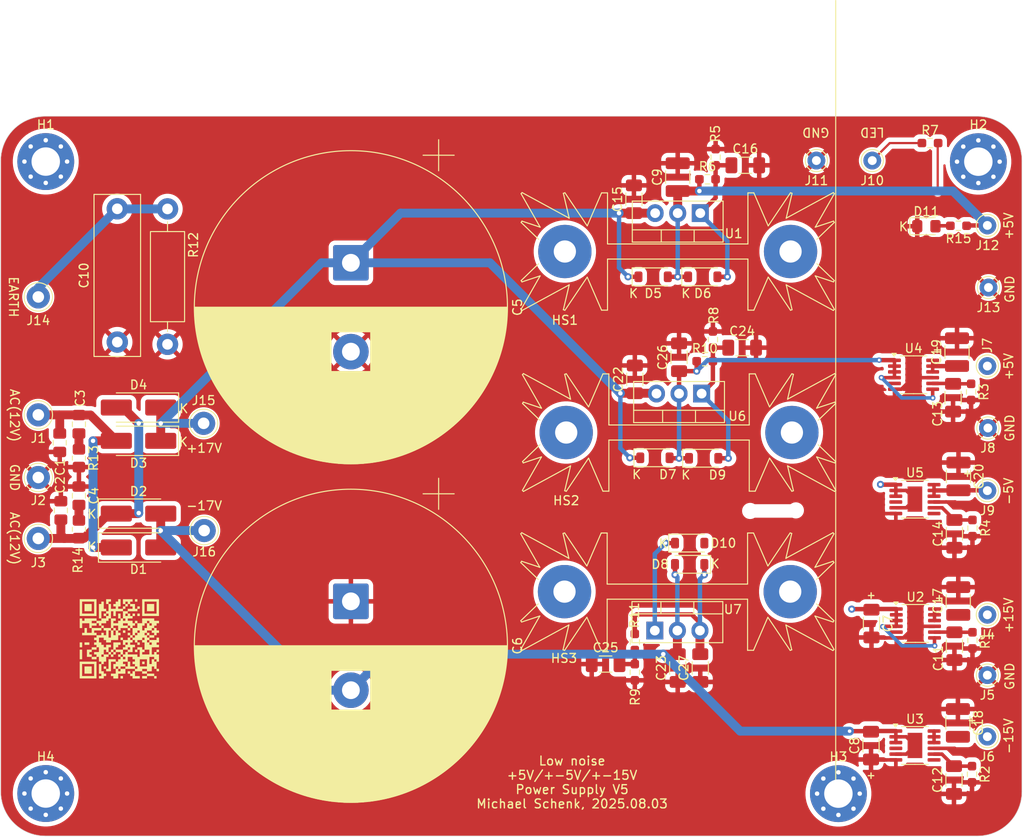
<source format=kicad_pcb>
(kicad_pcb (version 20241229) (generator "pcbnew") (generator_version "9.0")
  (layers (0 "F.Cu" signal) (2 "B.Cu" signal) (13 "F.Paste" user) (15 "B.Paste" user) (5 "F.SilkS" user "F.Silkscreen") (7 "B.SilkS" user "B.Silkscreen") (1 "F.Mask" user) (3 "B.Mask" user) (25 "Edge.Cuts" user))
  (net 0 "")
  (net 1 "+17V")
  (net 2 "Net-(D1-K)")
  (net 3 "Net-(D2-K)")
  (net 4 "GND")
  (net 5 "-17V")
  (net 6 "Net-(D5-A)")
  (net 7 "Net-(J14-Pin_1)")
  (net 8 "Net-(U2-SET)")
  (net 9 "Net-(U3-SET)")
  (net 10 "Net-(U4-SET)")
  (net 11 "Net-(U5-SET)")
  (net 12 "Net-(C3-Pad2)")
  (net 13 "Net-(C4-Pad2)")
  (net 14 "Net-(D6-A)")
  (net 15 "Net-(J4-Pin_1)")
  (net 16 "Net-(J6-Pin_1)")
  (net 17 "Net-(J7-Pin_1)")
  (net 18 "Net-(J9-Pin_1)")
  (net 19 "Net-(D9-A)")
  (net 20 "Net-(D10-K)")
  (net 21 "Net-(D7-A)")
  (net 22 "Net-(D10-A)")
  (net 23 "Net-(J10-Pin_1)")
  (net 30 "Net-(D11-A)")
  (footprint "Capacitor_SMD:C_0805_2012Metric_Pad1.18x1.45mm_HandSolder" (layer "F.Cu") (at 108.712 86.2367 -90)
    (property "Reference" "C1")
    (property "Value" "Cx/10nF/50V")
  )
  (footprint "Capacitor_SMD:C_0805_2012Metric_Pad1.18x1.45mm_HandSolder" (layer "F.Cu") (at 108.839 93.8567 -90)
    (property "Reference" "C2")
    (property "Value" "Cx/10nF/50V")
  )
  (footprint "Capacitor_SMD:C_0805_2012Metric_Pad1.18x1.45mm_HandSolder" (layer "F.Cu") (at 110.871 84.1617 -90)
    (property "Reference" "C3")
    (property "Value" "Cs/50V")
  )
  (footprint "Capacitor_SMD:C_0805_2012Metric_Pad1.18x1.45mm_HandSolder" (layer "F.Cu") (at 110.871 92.2057 -90)
    (property "Reference" "C4")
    (property "Value" "Cs/50V")
  )
  (footprint "Capacitor_THT:CP_Radial_D35.0mm_P10.00mm_SnapIn" (layer "F.Cu") (at 141.478 65.9892 -90)
    (property "Reference" "C5")
    (property "Value" "22000uF/25VDC")
  )
  (footprint "Capacitor_THT:CP_Radial_D35.0mm_P10.00mm_SnapIn" (layer "F.Cu") (at 141.478 104.0892 -90)
    (property "Reference" "C6")
    (property "Value" "22000uF/25VDC")
  )
  (footprint "Capacitor_SMD:C_1206_3216Metric_Pad1.33x1.80mm_HandSolder" (layer "F.Cu") (at 200.0631 106.5905 -90)
    (property "Reference" "C7")
    (property "Value" "4.7uF/100V")
  )
  (footprint "Capacitor_SMD:C_1206_3216Metric_Pad1.33x1.80mm_HandSolder" (layer "F.Cu") (at 200.0123 120.323 90)
    (property "Reference" "C8")
    (property "Value" "4.7uF/100V")
  )
  (footprint "Capacitor_SMD:C_1206_3216Metric_Pad1.33x1.80mm_HandSolder" (layer "F.Cu") (at 173.3296 58.8387 90)
    (property "Reference" "C15")
    (property "Value" "4.7uF/100V")
  )
  (footprint "Capacitor_SMD:C_1206_3216Metric_Pad1.33x1.80mm_HandSolder" (layer "F.Cu") (at 185.8649 55.0164)
    (property "Reference" "C16")
    (property "Value" "4.7uF/100V")
  )
  (footprint "Capacitor_SMD:C_1210_3225Metric_Pad1.33x2.70mm_HandSolder" (layer "F.Cu") (at 209.8294 104.0507 90)
    (property "Reference" "C17")
    (property "Value" "10uF/100V")
  )
  (footprint "Capacitor_SMD:C_1210_3225Metric_Pad1.33x2.70mm_HandSolder" (layer "F.Cu") (at 209.7913 117.7705 -90)
    (property "Reference" "C18")
    (property "Value" "10uF/100V")
  )
  (footprint "Capacitor_SMD:C_1210_3225Metric_Pad1.33x2.70mm_HandSolder" (layer "F.Cu") (at 209.6897 76.0383 90)
    (property "Reference" "C19")
    (property "Value" "10uF/50V")
  )
  (footprint "Capacitor_SMD:C_1210_3225Metric_Pad1.33x2.70mm_HandSolder" (layer "F.Cu") (at 209.8548 90.0299 -90)
    (property "Reference" "C20")
    (property "Value" "10uF/50V")
  )
  (footprint "Capacitor_SMD:C_1206_3216Metric_Pad1.33x1.80mm_HandSolder" (layer "F.Cu") (at 173.4312 79.1079 90)
    (property "Reference" "C22")
    (property "Value" "4.7uF/100V")
  )
  (footprint "Capacitor_SMD:C_1206_3216Metric_Pad1.33x1.80mm_HandSolder" (layer "F.Cu") (at 185.5093 75.5396)
    (property "Reference" "C24")
    (property "Value" "4.7uF/100V")
  )
  (footprint "Capacitor_SMD:C_1206_3216Metric_Pad1.33x1.80mm_HandSolder" (layer "F.Cu") (at 178.4096 76.6187 90)
    (property "Reference" "C26")
    (property "Value" "4.7uF/100V")
  )
  (footprint "Diode_SMD:D_SMA_Handsoldering" (layer "F.Cu") (at 117.5785 98.0262)
    (property "Reference" "D1")
    (property "Value" "BYG20D")
  )
  (footprint "Diode_SMD:D_SMA_Handsoldering" (layer "F.Cu") (at 117.5785 94.2162)
    (property "Reference" "D2")
    (property "Value" "BYG20D")
  )
  (footprint "Diode_SMD:D_SMA_Handsoldering" (layer "F.Cu") (at 117.5785 86.0247 180)
    (property "Reference" "D3")
    (property "Value" "BYG20D")
  )
  (footprint "Diode_SMD:D_SMA_Handsoldering" (layer "F.Cu") (at 117.5785 82.2782 180)
    (property "Reference" "D4")
    (property "Value" "BYG20D")
  )
  (footprint "Diode_SMD:D_SOD-123" (layer "F.Cu") (at 175.4896 67.564)
    (property "Reference" "D5")
    (property "Value" "1N4148W")
  )
  (footprint "Diode_SMD:D_SOD-123" (layer "F.Cu") (at 181.0756 67.564)
    (property "Reference" "D6")
    (property "Value" "1N4148W")
  )
  (footprint "Diode_SMD:D_SOD-123" (layer "F.Cu") (at 175.6928 87.9348)
    (property "Reference" "D7")
    (property "Value" "1N4148W")
  )
  (footprint "Diode_SMD:D_SOD-123" (layer "F.Cu") (at 181.1772 87.9856)
    (property "Reference" "D9")
    (property "Value" "1N4148W")
  )
  (footprint "MountingHole:MountingHole_3.2mm_M3_Pad_Via" (layer "F.Cu") (at 107.1372 54.5976)
    (property "Reference" "H1")
    (property "Value" "MountingHole")
  )
  (footprint "MountingHole:MountingHole_3.2mm_M3_Pad_Via" (layer "F.Cu") (at 212.09 54.61)
    (property "Reference" "H2")
    (property "Value" "MountingHole")
  )
  (footprint "MountingHole:MountingHole_3.2mm_M3_Pad_Via" (layer "F.Cu") (at 196.342 125.73)
    (property "Reference" "H3")
    (property "Value" "MountingHole")
  )
  (footprint "MountingHole:MountingHole_3.2mm_M3_Pad_Via" (layer "F.Cu") (at 107.1372 125.7176)
    (property "Reference" "H4")
    (property "Value" "MountingHole")
  )
  (footprint "Heatsink:Heatsink_Fischer_SK104-STC-STIC_35x13mm_2xDrill2.5mm" (layer "F.Cu") (at 178.2572 64.7192 180)
    (property "Reference" "HS1")
    (property "Value" "Heatsink")
  )
  (footprint "Heatsink:Heatsink_Fischer_SK104-STC-STIC_35x13mm_2xDrill2.5mm" (layer "F.Cu") (at 178.4096 85.09)
    (property "Reference" "HS2")
    (property "Value" "Heatsink")
  )
  (footprint "Connector_Pin:Pin_D1.3mm_L11.0mm" (layer "F.Cu") (at 106.299 83.1037)
    (property "Reference" "J1")
    (property "Value" "AC")
  )
  (footprint "Connector_Pin:Pin_D1.3mm_L11.0mm" (layer "F.Cu") (at 106.299 97.0102)
    (property "Reference" "J3")
    (property "Value" "AC")
  )
  (footprint "Connector_Pin:Pin_D1.0mm_L10.0mm" (layer "F.Cu") (at 213.106 105.6005)
    (property "Reference" "J4")
    (property "Value" "+15V")
  )
  (footprint "Connector_Pin:Pin_D1.0mm_L10.0mm" (layer "F.Cu") (at 213.106 112.395)
    (property "Reference" "J5")
    (property "Value" "GND")
  )
  (footprint "Connector_Pin:Pin_D1.0mm_L10.0mm" (layer "F.Cu") (at 213.106 119.3165)
    (property "Reference" "J6")
    (property "Value" "-15V")
  )
  (footprint "Connector_Pin:Pin_D1.0mm_L10.0mm" (layer "F.Cu") (at 213.106 77.6097)
    (property "Reference" "J7")
    (property "Value" "+5V")
  )
  (footprint "Connector_Pin:Pin_D1.0mm_L10.0mm" (layer "F.Cu") (at 213.1695 84.582)
    (property "Reference" "J8")
    (property "Value" "GND")
  )
  (footprint "Connector_Pin:Pin_D1.0mm_L10.0mm" (layer "F.Cu") (at 213.106 91.6305)
    (property "Reference" "J9")
    (property "Value" "-5V")
  )
  (footprint "Connector_Pin:Pin_D1.0mm_L10.0mm" (layer "F.Cu") (at 200.152 54.483)
    (property "Reference" "J10")
    (property "Value" "LED")
  )
  (footprint "Connector_Pin:Pin_D1.0mm_L10.0mm" (layer "F.Cu") (at 193.8655 54.483)
    (property "Reference" "J11")
    (property "Value" "GND")
  )
  (footprint "Connector_Pin:Pin_D1.0mm_L10.0mm" (layer "F.Cu") (at 213.106 61.7855)
    (property "Reference" "J12")
    (property "Value" "+5V")
  )
  (footprint "Connector_Pin:Pin_D1.0mm_L10.0mm" (layer "F.Cu") (at 213.233 68.7705)
    (property "Reference" "J13")
    (property "Value" "GND")
  )
  (footprint "Resistor_SMD:R_0603_1608Metric_Pad0.98x0.95mm_HandSolder" (layer "F.Cu") (at 211.4296 108.4815 -90)
    (property "Reference" "R1")
    (property "Value" "150k")
  )
  (footprint "Resistor_SMD:R_0603_1608Metric_Pad0.98x0.95mm_HandSolder" (layer "F.Cu") (at 211.3788 123.5475 90)
    (property "Reference" "R2")
    (property "Value" "150k")
  )
  (footprint "Resistor_SMD:R_0603_1608Metric_Pad0.98x0.95mm_HandSolder" (layer "F.Cu") (at 211.2772 80.5199 -90)
    (property "Reference" "R3")
    (property "Value" "49.9k")
  )
  (footprint "Resistor_SMD:R_0603_1608Metric_Pad0.98x0.95mm_HandSolder" (layer "F.Cu") (at 211.4296 95.845 90)
    (property "Reference" "R4")
    (property "Value" "49.9k")
  )
  (footprint "Resistor_SMD:R_0603_1608Metric_Pad0.98x0.95mm_HandSolder" (layer "F.Cu") (at 182.5244 54.1039 90)
    (property "Reference" "R5")
    (property "Value" "750R")
  )
  (footprint "Resistor_SMD:R_0603_1608Metric_Pad0.98x0.95mm_HandSolder" (layer "F.Cu") (at 181.6081 56.5874)
    (property "Reference" "R6")
    (property "Value" "249R")
  )
  (footprint "Resistor_SMD:R_0603_1608Metric_Pad0.98x0.95mm_HandSolder" (layer "F.Cu") (at 206.6525 52.5145)
    (property "Reference" "R7")
    (property "Value" "240R")
  )
  (footprint "Resistor_SMD:R_0603_1608Metric_Pad0.98x0.95mm_HandSolder" (layer "F.Cu") (at 182.2196 74.6271 90)
    (property "Reference" "R8")
    (property "Value" "910R")
  )
  (footprint "Resistor_SMD:R_0603_1608Metric_Pad0.98x0.95mm_HandSolder" (layer "F.Cu") (at 181.3033 77.0636)
    (property "Reference" "R10")
    (property "Value" "240R")
  )
  (footprint "Package_TO_SOT_THT:TO-220-3_Vertical" (layer "F.Cu") (at 180.7972 60.4012 180)
    (property "Reference" "U1")
    (property "Value" "LM317_TO-220")
  )
  (footprint "Package_SO:MSOP-12-1EP_3x4.039mm_P0.65mm_EP1.651x2.845mm" (layer "F.Cu") (at 205.0071 106.5755)
    (property "Reference" "U2")
    (property "Value" "LT3045xMSE")
  )
  (footprint "Package_SO:MSOP-12-1EP_3x4.039mm_P0.65mm_EP1.651x2.845mm" (layer "F.Cu") (at 204.9563 120.308)
    (property "Reference" "U3")
    (property "Value" "LT3094xMSE")
  )
  (footprint "Package_SO:MSOP-12-1EP_3x4.039mm_P0.65mm_EP1.651x2.845mm" (layer "F.Cu") (at 204.8002 78.5914)
    (property "Reference" "U4")
    (property "Value" "LT3045xMSE")
  )
  (footprint "Package_SO:MSOP-12-1EP_3x4.039mm_P0.65mm_EP1.651x2.845mm" (layer "F.Cu") (at 204.9526 92.583)
    (property "Reference" "U5")
    (property "Value" "LT3094xMSE")
  )
  (footprint "Package_TO_SOT_THT:TO-220-3_Vertical" (layer "F.Cu") (at 180.9496 80.7085 180)
    (property "Reference" "U6")
    (property "Value" "LM317_TO-220")
  )
  (footprint "Capacitor_SMD:C_1210_3225Metric_Pad1.33x2.70mm_HandSolder" (layer "F.Cu") (at 178.2572 56.3495 90)
    (property "Reference" "C9")
    (property "Value" "10uF/50V")
  )
  (footprint "Capacitor_THT:C_Rect_L18.0mm_W5.0mm_P15.00mm_FKS3_FKP3" (layer "F.Cu") (at 115.189 74.9122 90)
    (property "Reference" "C10")
    (property "Value" "2.2nF/2kV")
  )
  (footprint "Connector_Pin:Pin_D1.3mm_L11.0mm" (layer "F.Cu") (at 106.299 69.8322)
    (property "Reference" "J14")
    (property "Value" "EARTH")
  )
  (footprint "Resistor_THT:R_Axial_DIN0411_L9.9mm_D3.6mm_P15.24mm_Horizontal" (layer "F.Cu") (at 120.8405 75.1662 90)
    (property "Reference" "R12")
    (property "Value" "100R/2W")
  )
  (footprint "Capacitor_SMD:C_1206_3216Metric_Pad1.33x1.80mm_HandSolder" (layer "F.Cu") (at 209.3976 109.1315 -90)
    (property "Reference" "C11")
    (property "Value" "4.7uF/100V")
  )
  (footprint "Capacitor_SMD:C_1206_3216Metric_Pad1.33x1.80mm_HandSolder" (layer "F.Cu") (at 209.3468 124.1975 90)
    (property "Reference" "C12")
    (property "Value" "4.7uF/100V")
  )
  (footprint "Capacitor_SMD:C_1206_3216Metric_Pad1.33x1.80mm_HandSolder" (layer "F.Cu") (at 209.2452 81.1699 -90)
    (property "Reference" "C13")
    (property "Value" "4.7uF/100V")
  )
  (footprint "Capacitor_SMD:C_1206_3216Metric_Pad1.33x1.80mm_HandSolder" (layer "F.Cu") (at 209.3976 96.495 90)
    (property "Reference" "C14")
    (property "Value" "4.7uF/100V")
  )
  (footprint "Diode_SMD:D_SOD-123" (layer "F.Cu") (at 179.6044 97.536)
    (property "Reference" "D10")
    (property "Value" "1N4148W")
  )
  (footprint "Resistor_SMD:R_0603_1608Metric_Pad0.98x0.95mm_HandSolder" (layer "F.Cu") (at 173.4312 108.6631 90)
    (property "Reference" "R11")
    (property "Value" "240R")
  )
  (footprint "Resistor_SMD:R_0603_1608Metric_Pad0.98x0.95mm_HandSolder" (layer "F.Cu") (at 173.4312 112.0629 90)
    (property "Reference" "R9")
    (property "Value" "910R")
  )
  (footprint "Diode_SMD:D_SOD-123" (layer "F.Cu") (at 179.6024 99.9236 180)
    (property "Reference" "D8")
    (property "Value" "1N4148W")
  )
  (footprint "Package_TO_SOT_THT:TO-220-3_Vertical" (layer "F.Cu") (at 175.6791 107.3785)
    (property "Reference" "U7")
    (property "Value" "LM337_TO220")
  )
  (footprint "Heatsink:Heatsink_Fischer_SK104-STC-STIC_35x13mm_2xDrill2.5mm" (layer "F.Cu") (at 178.2191 102.997)
    (property "Reference" "HS3")
    (property "Value" "Heatsink")
  )
  (footprint "Capacitor_SMD:C_1206_3216Metric_Pad1.33x1.80mm_HandSolder" (layer "F.Cu") (at 178.2572 111.5953 90)
    (property "Reference" "C23")
    (property "Value" "4.7uF/100V")
  )
  (footprint "Capacitor_SMD:C_1206_3216Metric_Pad1.33x1.80mm_HandSolder" (layer "F.Cu") (at 170.1415 111.1504)
    (property "Reference" "C25")
    (property "Value" "4.7uF/100V")
  )
  (footprint "Capacitor_SMD:C_1206_3216Metric_Pad1.33x1.80mm_HandSolder" (layer "F.Cu") (at 180.7972 111.5953 90)
    (property "Reference" "C27")
    (property "Value" "4.7uF/100V")
  )
  (footprint "Connector_Pin:Pin_D1.3mm_L11.0mm" (layer "F.Cu") (at 124.9045 84.0562)
    (property "Reference" "J15")
    (property "Value" "+17V")
  )
  (footprint "Connector_Pin:Pin_D1.3mm_L11.0mm" (layer "F.Cu") (at 124.968 96.1212)
    (property "Reference" "J16")
    (property "Value" "-17V")
  )
  (footprint "Connector_Pin:Pin_D1.3mm_L11.0mm" (layer "F.Cu") (at 106.299 90.1522)
    (property "Reference" "J2")
    (property "Value" "GND")
  )
  (footprint "Resistor_SMD:R_0603_1608Metric_Pad0.98x0.95mm_HandSolder" (layer "F.Cu") (at 209.8529 61.8236 180)
    (property "Reference" "R15")
    (property "Value" "330R")
  )
  (footprint "Resistor_SMD:R_0805_2012Metric_Pad1.20x1.40mm_HandSolder" (layer "F.Cu") (at 110.871 95.9782 -90)
    (property "Reference" "R14")
    (property "Value" "Rs/1/8W")
  )
  (footprint "Resistor_SMD:R_0805_2012Metric_Pad1.20x1.40mm_HandSolder" (layer "F.Cu") (at 110.871 87.9772 -90)
    (property "Reference" "R13")
    (property "Value" "Rs/1/8W")
  )
  (footprint "LOGO" (layer "F.Cu") (at 115.4176 108.3056)
    (property "Reference" "G***" (hide yes))
    (property "Value" "LOGO" (hide yes))
  )
  (footprint "LED_SMD:LED_0805_2012Metric_Pad1.15x1.40mm_HandSolder" (layer "F.Cu") (at 206.239 61.8744)
    (property "Reference" "D11")
    (property "Value" "LED")
  )
  (gr_line (start 196.0372 36.4744) (end 196.0372 126.0856) (stroke (width 0.12)) (layer "F.SilkS"))
  (gr_line (start 212 130.5) (end 107.0659 130.5) (stroke (width 0.05)) (layer "Edge.Cuts"))
  (gr_line (start 102.065935 125.496466) (end 102.065934 54.5) (stroke (width 0.05)) (layer "Edge.Cuts"))
  (gr_arc (start 107.065934 130.496466) (mid 103.5304 129.032) (end 102.065934 125.496466) (stroke (width 0.05)) (layer "Edge.Cuts"))
  (gr_arc (start 102.065934 54.5) (mid 103.5304 50.964466) (end 107.065934 49.5) (stroke (width 0.05)) (layer "Edge.Cuts"))
  (gr_arc (start 212 49.5) (mid 215.535534 50.964466) (end 217 54.5) (stroke (width 0.05)) (layer "Edge.Cuts"))
  (gr_line (start 217 54.5) (end 217 125.5) (stroke (width 0.05)) (layer "Edge.Cuts"))
  (gr_line (start 107.065934 49.5) (end 212 49.5) (stroke (width 0.05)) (layer "Edge.Cuts"))
  (gr_arc (start 217 125.5) (mid 215.535534 129.035534) (end 212 130.5) (stroke (width 0.05)) (layer "Edge.Cuts"))
  (gr_text "+17V" (at 124.968 86.8502 0) (layer "F.SilkS") (effects (font (size 1 1))))
  (gr_text "-17V" (at 124.968 93.3272 0) (layer "F.SilkS") (effects (font (size 1 1))))
  (gr_text "K" (at 122.6185 86.1517 0) (layer "F.SilkS") (effects (font (size 1 1))))
  (gr_text "K" (at 112.3315 94.2797 0) (layer "F.SilkS") (effects (font (size 1 1))))
  (gr_text "K" (at 112.3315 97.9627 0) (layer "F.SilkS") (effects (font (size 1 1))))
  (gr_text "K" (at 182.4736 99.8728 0) (layer "F.SilkS") (effects (font (size 1 1))))
  (gr_text "AC(12V)" (at 103.632 83.1672 270) (layer "F.SilkS") (effects (font (size 1 1))))
  (gr_text "AC(12V)" (at 103.632 97.0102 270) (layer "F.SilkS") (effects (font (size 1 1))))
  (gr_text "EARTH" (at 103.505 69.8322 -90) (layer "F.SilkS") (effects (font (size 1 1))))
  (gr_text "GND" (at 193.802 51.308 180) (layer "F.SilkS") (effects (font (size 1 1))))
  (gr_text "LED" (at 200.152 51.308 180) (layer "F.SilkS") (effects (font (size 1 1))))
  (gr_text "+5V" (at 215.5 77.6732 90) (layer "F.SilkS") (effects (font (size 1 1))))
  (gr_text "-5V" (at 215.5 91.694 90) (layer "F.SilkS") (effects (font (size 1 1))))
  (gr_text "GND" (at 215.627 68.961 90) (layer "F.SilkS") (effects (font (size 1 1))))
  (gr_text "GND" (at 215.627 84.582 90) (layer "F.SilkS") (effects (font (size 1 1))))
  (gr_text "GND" (at 215.627 112.522 90) (layer "F.SilkS") (effects (font (size 1 1))))
  (gr_text "-15V" (at 215.5 119.25 90) (layer "F.SilkS") (effects (font (size 1 1))))
  (gr_text "+15V" (at 215.5 105.664 90) (layer "F.SilkS") (effects (font (size 1 1))))
  (gr_text "K" (at 176.6316 97.5868 0) (layer "F.SilkS") (effects (font (size 1 1))))
  (gr_text "K" (at 173.6344 89.8144 0) (layer "F.SilkS") (effects (font (size 1 1))))
  (gr_text "K" (at 179.1716 89.8652 0) (layer "F.SilkS") (effects (font (size 1 1))))
  (gr_text "K" (at 173.2788 69.4436 0) (layer "F.SilkS") (effects (font (size 1 1))))
  (gr_text "K" (at 179.1716 69.4436 0) (layer "F.SilkS") (effects (font (size 1 1))))
  (gr_text "GND" (at 103.632 90.1522 270) (layer "F.SilkS") (effects (font (size 1 1))))
  (gr_text "+" (at 210.8708 89.662 0) (layer "F.SilkS") (effects (font (size 0.8 0.8))))
  (gr_text "+" (at 207.6958 103.6828 0) (layer "F.SilkS") (effects (font (size 0.8 0.8))))
  (gr_text "+" (at 200.025 103.378 0) (layer "F.SilkS") (effects (font (size 0.8 0.8))))
  (gr_text "+" (at 200.0123 123.651 0) (layer "F.SilkS") (effects (font (size 0.8 0.8))))
  (gr_text "K" (at 122.682 82.4052 0) (layer "F.SilkS") (effects (font (size 1 1))))
  (gr_text "+" (at 211.3788 117.4496 0) (layer "F.SilkS") (effects (font (size 0.8 0.8))))
  (gr_text "K" (at 203.6572 61.9252 0) (layer "F.SilkS") (effects (font (size 1 1))))
  (gr_text "Low noise\n+5V/+-5V/+-15V\nPower Supply V5\nMichael Schenk, 2025.08.03" (at 166.37 124.46 0) (layer "F.SilkS") (effects (font (size 1 1))))
  (gr_text "+5V" (at 215.5 61.849 90) (layer "F.SilkS") (effects (font (size 1 1))))
  (gr_text "+" (at 207.4545 75.7339 0) (layer "F.SilkS") (effects (font (size 0.8 0.8))))
  (segment (start 120.0785 84.0562) (end 120.0785 82.2782) (width 1) (layer "F.Cu") (net 1))
  (segment (start 202.8571 106.9005) (end 202.8571 104.9505) (width 0.4) (layer "F.Cu") (net 1))
  (segment (start 175.8315 80.6704) (end 175.8696 80.7085) (width 1) (layer "F.Cu") (net 1))
  (segment (start 207.1571 108.2005) (end 207.1571 109.075) (width 0.4) (layer "F.Cu") (net 1))
  (segment (start 200.0631 104.9655) (end 197.8406 104.9655) (width 0.5) (layer "F.Cu") (net 1))
  (segment (start 173.3296 60.4012) (end 175.7172 60.4012) (width 1) (layer "F.Cu") (net 1))
  (segment (start 173.4312 80.6704) (end 171.8056 80.6704) (width 1) (layer "F.Cu") (net 1))
  (segment (start 173.3296 60.4012) (end 171.6532 60.4012) (width 1) (layer "F.Cu") (net 1))
  (segment (start 173.4312 80.6704) (end 175.8315 80.6704) (width 1) (layer "F.Cu") (net 1))
  (segment (start 207.1571 109.075) (end 207.1751 109.093) (width 0.4) (layer "F.Cu") (net 1))
  (segment (start 173.8396 67.564) (end 172.6692 67.564) (width 0.5) (layer "F.Cu") (net 1))
  (segment (start 201.3666 106.9005) (end 201.3331 106.934) (width 0.4) (layer "F.Cu") (net 1))
  (segment (start 202.8571 104.9505) (end 200.0781 104.9505) (width 0.5) (layer "F.Cu") (net 1))
  (segment (start 174.0428 87.9348) (end 172.8724 87.9348) (width 0.5) (layer "F.Cu") (net 1))
  (segment (start 120.0785 86.0247) (end 120.0785 84.0562) (width 1) (layer "F.Cu") (net 1))
  (segment (start 202.8571 106.9005) (end 201.3666 106.9005) (width 0.4) (layer "F.Cu") (net 1))
  (via (at 171.8056 80.6704) (size 1) (drill 0.5) (layers "F.Cu" "B.Cu") (net 1))
  (via (at 172.8724 87.9348) (size 0.8) (drill 0.4) (layers "F.Cu" "B.Cu") (net 1))
  (via (at 172.6692 67.564) (size 0.8) (drill 0.4) (layers "F.Cu" "B.Cu") (net 1))
  (via (at 120.0785 84.0562) (size 1) (drill 0.5) (layers "F.Cu" "B.Cu") (net 1))
  (via (at 207.1751 109.093) (size 0.6) (drill 0.3) (layers "F.Cu" "B.Cu") (net 1))
  (via (at 171.6532 60.4012) (size 1) (drill 0.5) (layers "F.Cu" "B.Cu") (net 1))
  (via (at 201.3331 106.934) (size 0.6) (drill 0.3) (layers "F.Cu" "B.Cu") (net 1))
  (via (at 197.8406 104.9655) (size 0.8) (drill 0.4) (layers "F.Cu" "B.Cu") (net 1))
  (segment (start 171.6532 60.4012) (end 147.066 60.4012) (width 1) (layer "B.Cu") (net 1))
  (segment (start 120.109 84.0562) (end 138.176 65.9892) (width 1) (layer "B.Cu") (net 1))
  (segment (start 147.066 60.4012) (end 141.478 65.9892) (width 1) (layer "B.Cu") (net 1))
  (segment (start 207.1751 109.093) (end 203.4921 109.093) (width 0.4) (layer "B.Cu") (net 1))
  (segment (start 203.4921 109.093) (end 201.3331 106.934) (width 0.4) (layer "B.Cu") (net 1))
  (segment (start 172.6692 67.564) (end 171.6532 66.548) (width 0.5) (layer "B.Cu") (net 1))
  (segment (start 138.176 65.9892) (end 141.478 65.9892) (width 1) (layer "B.Cu") (net 1))
  (segment (start 171.6532 66.548) (end 171.6532 60.4012) (width 0.5) (layer "B.Cu") (net 1))
  (segment (start 171.8056 86.868) (end 172.8724 87.9348) (width 0.5) (layer "B.Cu") (net 1))
  (segment (start 157.1244 65.9892) (end 141.478 65.9892) (width 1) (layer "B.Cu") (net 1))
  (segment (start 171.8056 80.6704) (end 157.1244 65.9892) (width 1) (layer "B.Cu") (net 1))
  (segment (start 171.8056 80.6704) (end 171.8056 86.868) (width 0.5) (layer "B.Cu") (net 1))
  (segment (start 124.9045 84.0562) (end 120.0785 84.0562) (width 1) (layer "B.Cu") (net 1))
  (segment (start 120.0785 84.0562) (end 120.109 84.0562) (width 1) (layer "B.Cu") (net 1))
  (segment (start 115.0785 98.0262) (end 112.4585 98.0262) (width 1) (layer "F.Cu") (net 2))
  (segment (start 108.6485 83.1037) (end 110.8505 83.1037) (width 1) (layer "F.Cu") (net 2))
  (segment (start 110.871 83.1242) (end 112.178 83.1242) (width 1) (layer "F.Cu") (net 2))
  (segment (start 112.178 83.1242) (end 115.0785 86.0247) (width 1) (layer "F.Cu") (net 2))
  (segment (start 108.712 83.1672) (end 108.6485 83.1037) (width 1) (layer "F.Cu") (net 2))
  (segment (start 110.8505 83.1037) (end 110.871 83.1242) (width 1) (layer "F.Cu") (net 2))
  (segment (start 108.712 85.1992) (end 108.712 83.1672) (width 1) (layer "F.Cu") (net 2))
  (segment (start 115.0785 86.0247) (end 112.4585 86.0247) (width 1) (layer "F.Cu") (net 2))
  (segment (start 106.299 83.1037) (end 108.6485 83.1037) (width 1) (layer "F.Cu") (net 2))
  (via (at 112.4585 98.0262) (size 1) (drill 0.5) (layers "F.Cu" "B.Cu") (net 2))
  (via (at 112.4585 86.0247) (size 1) (drill 0.5) (layers "F.Cu" "B.Cu") (net 2))
  (segment (start 112.4585 98.0262) (end 112.4585 86.0247) (width 1) (layer "B.Cu") (net 2))
  (segment (start 111.4665 96.9782) (end 114.2285 94.2162) (width 1) (layer "F.Cu") (net 3))
  (segment (start 109.22 97.0102) (end 110.839 97.0102) (width 1) (layer "F.Cu") (net 3))
  (segment (start 115.824 82.2782) (end 117.602 84.0562) (width 1) (layer "F.Cu") (net 3))
  (segment (start 115.0785 94.2162) (end 117.5385 94.2162) (width 1) (layer "F.Cu") (net 3))
  (segment (start 110.871 96.9782) (end 111.4665 96.9782) (width 1) (layer "F.Cu") (net 3))
  (segment (start 114.2285 94.2162) (end 115.0785 94.2162) (width 1) (layer "F.Cu") (net 3))
  (segment (start 108.839 96.6292) (end 109.22 97.0102) (width 1) (layer "F.Cu") (net 3))
  (segment (start 106.299 97.0102) (end 109.22 97.0102) (width 1) (layer "F.Cu") (net 3))
  (segment (start 108.839 94.8942) (end 108.839 96.6292) (width 1) (layer "F.Cu") (net 3))
  (segment (start 117.5385 94.2162) (end 117.602 94.1527) (width 0.5) (layer "F.Cu") (net 3))
  (segment (start 110.839 97.0102) (end 110.871 96.9782) (width 1) (layer "F.Cu") (net 3))
  (via (at 117.602 84.0562) (size 1) (drill 0.5) (layers "F.Cu" "B.Cu") (net 3))
  (via (at 117.602 94.1527) (size 1) (drill 0.5) (layers "F.Cu" "B.Cu") (net 3))
  (segment (start 117.602 94.1527) (end 117.602 84.0562) (width 1) (layer "B.Cu") (net 3))
  (segment (start 206.9502 78.9164) (end 205.1252 78.9164) (width 0.4) (layer "F.Cu") (net 4))
  (segment (start 205.3321 106.9005) (end 205.0071 106.5755) (width 0.4) (layer "F.Cu") (net 4))
  (segment (start 202.8063 121.933) (end 200.0298 121.933) (width 0.4) (layer "F.Cu") (net 4))
  (segment (start 202.8571 109.7661) (end 202.8698 109.7788) (width 0.4) (layer "F.Cu") (net 4))
  (segment (start 202.8571 108.2005) (end 202.8571 109.7661) (width 0.4) (layer "F.Cu") (net 4))
  (segment (start 204.8002 78.852692) (end 204.8002 78.5914) (width 0.4) (layer "F.Cu") (net 4))
  (segment (start 207.1571 106.9005) (end 205.3321 106.9005) (width 0.4) (layer "F.Cu") (net 4))
  (segment (start 205.1252 78.9164) (end 204.8002 78.5914) (width 0.4) (layer "F.Cu") (net 4))
  (segment (start 207.1063 120.633) (end 209.4149 120.633) (width 0.4) (layer "F.Cu") (net 4))
  (segment (start 203.643392 108.2005) (end 205.0071 106.836792) (width 0.4) (layer "F.Cu") (net 4))
  (segment (start 200.0806 108.2005) (end 200.0631 108.218) (width 0.4) (layer "F.Cu") (net 4))
  (segment (start 207.1026 92.908) (end 209.4813 92.908) (width 0.4) (layer "F.Cu") (net 4))
  (segment (start 202.8571 108.2005) (end 203.643392 108.2005) (width 0.4) (layer "F.Cu") (net 4))
  (segment (start 202.8063 121.933) (end 202.8063 123.27) (width 0.4) (layer "F.Cu") (net 4))
  (segment (start 200.0298 121.933) (end 200.0123 121.9505) (width 0.4) (layer "F.Cu") (net 4))
  (segment (start 200.6213 94.208) (end 200.5965 94.1832) (width 0.4) (layer "F.Cu") (net 4))
  (segment (start 202.8026 94.208) (end 200.6213 94.208) (width 0.4) (layer "F.Cu") (net 4))
  (segment (start 209.4149 120.633) (end 209.4357 120.6538) (width 0.4) (layer "F.Cu") (net 4))
  (segment (start 202.8026 96.0411) (end 202.7809 96.0628) (width 0.4) (layer "F.Cu") (net 4))
  (segment (start 202.8063 123.27) (end 202.8317 123.2954) (width 0.4) (layer "F.Cu") (net 4))
  (segment (start 202.8571 108.2005) (end 200.0806 108.2005) (width 0.4) (layer "F.Cu") (net 4))
  (segment (start 205.0071 106.836792) (end 205.0071 106.5755) (width 0.4) (layer "F.Cu") (net 4))
  (segment (start 209.4813 92.908) (end 209.5373 92.964) (width 0.4) (layer "F.Cu") (net 4))
  (segment (start 203.436492 80.2164) (end 204.8002 78.852692) (width 0.4) (layer "F.Cu") (net 4))
  (segment (start 202.6502 80.2164) (end 203.436492 80.2164) (width 0.4) (layer "F.Cu") (net 4))
  (segment (start 202.8026 94.208) (end 202.8026 96.0411) (width 0.4) (layer "F.Cu") (net 4))
  (segment (start 120.0785 96.1212) (end 120.0785 94.2162) (width 1) (layer "F.Cu") (net 5))
  (segment (start 178.2191 107.3785) (end 178.2191 109.9947) (width 1) (layer "F.Cu") (net 5))
  (segment (start 203.9813 121.283) (end 204.9563 120.308) (width 0.4) (layer "F.Cu") (net 5))
  (segment (start 178.2191 109.9947) (end 178.2572 110.0328) (width 1) (layer "F.Cu") (net 5))
  (segment (start 202.8063 119.333) (end 203.9813 119.333) (width 0.4) (layer "F.Cu") (net 5))
  (segment (start 202.8063 119.983) (end 202.8063 118.683) (width 0.4) (layer "F.Cu") (net 5))
  (segment (start 202.8063 118.683) (end 200.0273 118.683) (width 0.5) (layer "F.Cu") (net 5))
  (segment (start 200.0123 118.698) (end 197.5993 118.698) (width 0.5) (layer "F.Cu") (net 5))
  (segment (start 178.2572 110.0328) (end 176.6316 110.0328) (width 1) (layer "F.Cu") (net 5))
  (segment (start 177.9524 99.9236) (end 177.9524 101.092) (width 0.5) (layer "F.Cu") (net 5))
  (segment (start 120.0785 98.0262) (end 120.0785 96.1212) (width 1) (layer "F.Cu") (net 5))
  (segment (start 203.9813 119.333) (end 204.9563 120.308) (width 0.4) (layer "F.Cu") (net 5))
  (segment (start 202.8063 121.283) (end 203.9813 121.283) (width 0.4) (layer "F.Cu") (net 5))
  (via (at 120.0785 96.1212) (size 1) (drill 0.5) (layers "F.Cu" "B.Cu") (net 5))
  (via (at 177.9524 101.092) (size 0.8) (drill 0.4) (layers "F.Cu" "B.Cu") (net 5))
  (via (at 197.5993 118.698) (size 0.8) (drill 0.4) (layers "F.Cu" "B.Cu") (net 5))
  (via (at 176.6316 110.0328) (size 1) (drill 0.5) (layers "F.Cu" "B.Cu") (net 5))
  (segment (start 178.2191 101.3587) (end 177.9524 101.092) (width 0.5) (layer "B.Cu") (net 5))
  (segment (start 120.0785 96.1212) (end 138.0465 114.0892) (width 1) (layer "B.Cu") (net 5))
  (segment (start 138.0465 114.0892) (end 141.478 114.0892) (width 1) (layer "B.Cu") (net 5))
  (segment (start 176.6316 110.0328) (end 145.5344 110.0328) (width 1) (layer "B.Cu") (net 5))
  (segment (start 178.2191 107.3785) (end 178.2191 101.3587) (width 0.5) (layer "B.Cu") (net 5))
  (segment (start 185.2968 118.698) (end 176.6316 110.0328) (width 1) (layer "B.Cu") (net 5))
  (segment (start 197.5993 118.698) (end 185.2968 118.698) (width 1) (layer "B.Cu") (net 5))
  (segment (start 124.968 96.1212) (end 120.0785 96.1212) (width 1) (layer "B.Cu") (net 5))
  (segment (start 145.5344 110.0328) (end 141.478 114.0892) (width 1) (layer "B.Cu") (net 5))
  (segment (start 178.2572 67.564) (end 179.4256 67.564) (width 0.5) (layer "F.Cu") (net 6))
  (segment (start 207.518 57.912) (end 207.518 52.5615) (width 0.25) (layer "F.Cu") (net 6))
  (segment (start 180.6956 56.5874) (end 180.6956 57.912) (width 0.5) (layer "F.Cu") (net 6))
  (segment (start 210.8035 61.7855) (end 210.7654 61.8236) (width 0.5) (layer "F.Cu") (net 6))
  (segment (start 178.2572 57.912) (end 178.2572 60.4012) (width 1) (layer "F.Cu") (net 6))
  (segment (start 213.106 61.7855) (end 210.8035 61.7855) (width 0.5) (layer "F.Cu") (net 6))
  (segment (start 177.1396 67.564) (end 178.2572 67.564) (width 0.5) (layer "F.Cu") (net 6))
  (segment (start 178.2572 57.912) (end 180.6956 57.912) (width 1) (layer "F.Cu") (net 6))
  (via (at 178.2572 67.564) (size 0.8) (drill 0.4) (layers "F.Cu" "B.Cu") (net 6))
  (via (at 180.6956 57.912) (size 1) (drill 0.5) (layers "F.Cu" "B.Cu") (net 6))
  (segment (start 178.2572 60.4012) (end 178.2572 67.564) (width 0.5) (layer "B.Cu") (net 6))
  (segment (start 209.2325 57.912) (end 213.106 61.7855) (width 1) (layer "B.Cu") (net 6))
  (segment (start 180.6956 57.912) (end 209.2325 57.912) (width 1) (layer "B.Cu") (net 6))
  (segment (start 120.8405 59.9262) (end 115.203 59.9262) (width 1) (layer "B.Cu") (net 7))
  (segment (start 106.299 68.8022) (end 106.299 69.8322) (width 1) (layer "B.Cu") (net 7))
  (segment (start 115.189 59.9122) (end 106.299 68.8022) (width 1) (layer "B.Cu") (net 7))
  (segment (start 209.3976 107.569) (end 211.4296 107.569) (width 0.4) (layer "F.Cu") (net 8))
  (segment (start 209.3791 107.5505) (end 209.3976 107.569) (width 0.4) (layer "F.Cu") (net 8))
  (segment (start 207.1571 107.5505) (end 209.3791 107.5505) (width 0.4) (layer "F.Cu") (net 8))
  (segment (start 209.3468 122.635) (end 211.3788 122.635) (width 0.4) (layer "F.Cu") (net 9))
  (segment (start 207.9948 121.283) (end 209.3468 122.635) (width 0.4) (layer "F.Cu") (net 9))
  (segment (start 207.1063 121.283) (end 207.9948 121.283) (width 0.4) (layer "F.Cu") (net 9))
  (segment (start 206.9502 79.5664) (end 209.2042 79.5664) (width 0.4) (layer "F.Cu") (net 10))
  (segment (start 209.2042 79.5664) (end 209.2452 79.6074) (width 0.4) (layer "F.Cu") (net 10))
  (segment (start 209.2452 79.6074) (end 211.2772 79.6074) (width 0.4) (layer "F.Cu") (net 10))
  (segment (start 208.0231 93.558) (end 209.3976 94.9325) (width 0.4) (layer "F.Cu") (net 11))
  (segment (start 209.3976 94.9325) (end 211.4296 94.9325) (width 0.4) (layer "F.Cu") (net 11))
  (segment (start 207.1026 93.558) (end 208.0231 93.558) (width 0.4) (layer "F.Cu") (net 11))
  (segment (start 110.871 86.9772) (end 110.871 85.1992) (width 1) (layer "F.Cu") (net 12))
  (segment (start 110.871 94.9782) (end 110.871 93.2432) (width 1) (layer "F.Cu") (net 13))
  (segment (start 182.5206 56.5874) (end 182.5206 55.0202) (width 0.5) (layer "F.Cu") (net 14))
  (segment (start 182.5206 58.6778) (end 180.7972 60.4012) (width 0.5) (layer "F.Cu") (net 14))
  (segment (start 182.5244 55.0164) (end 184.3024 55.0164) (width 0.5) (layer "F.Cu") (net 14))
  (segment (start 182.7256 67.564) (end 183.8452 67.564) (width 0.5) (layer "F.Cu") (net 14))
  (segment (start 182.5206 56.5874) (end 182.5206 58.6778) (width 0.5) (layer "F.Cu") (net 14))
  (segment (start 182.5206 55.0202) (end 182.5244 55.0164) (width 0.5) (layer "F.Cu") (net 14))
  (via (at 183.8452 67.564) (size 0.8) (drill 0.4) (layers "F.Cu" "B.Cu") (net 14))
  (segment (start 183.8452 63.5508) (end 180.7972 60.5028) (width 0.5) (layer "B.Cu") (net 14))
  (segment (start 183.8452 67.564) (end 183.8452 63.5508) (width 0.5) (layer "B.Cu") (net 14))
  (segment (start 180.7972 60.5028) (end 180.7972 60.4012) (width 0.5) (layer "B.Cu") (net 14))
  (segment (start 207.1571 104.9505) (end 207.1571 106.2505) (width 0.4) (layer "F.Cu") (net 15))
  (segment (start 207.1063 118.683) (end 207.1063 119.983) (width 0.4) (layer "F.Cu") (net 16))
  (segment (start 206.9502 77.6164) (end 209.6741 77.6164) (width 0.5) (layer "F.Cu") (net 17))
  (segment (start 206.9502 78.2664) (end 206.9502 76.9664) (width 0.4) (layer "F.Cu") (net 17))
  (segment (start 213.0971 77.6008) (end 213.106 77.6097) (width 0.5) (layer "F.Cu") (net 17))
  (segment (start 209.6741 77.6164) (end 209.6897 77.6008) (width 0.5) (layer "F.Cu") (net 17))
  (segment (start 207.1026 91.608) (end 209.8392 91.608) (width 0.5) (layer "F.Cu") (net 18))
  (segment (start 207.1026 90.958) (end 207.1026 92.258) (width 0.4) (layer "F.Cu") (net 18))
  (segment (start 213.0679 91.5924) (end 213.106 91.6305) (width 0.5) (layer "F.Cu") (net 18))
  (segment (start 209.8392 91.608) (end 209.8548 91.5924) (width 0.5) (layer "F.Cu") (net 18))
  (segment (start 209.8548 91.5924) (end 213.0679 91.5924) (width 0.5) (layer "F.Cu") (net 18))
  (segment (start 182.2158 77.0636) (end 182.2158 79.4423) (width 0.5) (layer "F.Cu") (net 19))
  (segment (start 182.2158 75.5434) (end 182.2196 75.5396) (width 0.5) (layer "F.Cu") (net 19))
  (segment (start 182.2158 77.0636) (end 182.2158 75.5434) (width 0.5) (layer "F.Cu") (net 19))
  (segment (start 182.2158 79.4423) (end 180.9496 80.7085) (width 0.5) (layer "F.Cu") (net 19))
  (segment (start 182.8272 87.9856) (end 183.9468 87.9856) (width 0.5) (layer "F.Cu") (net 19))
  (segment (start 182.2196 75.5396) (end 183.9468 75.5396) (width 0.5) (layer "F.Cu") (net 19))
  (via (at 183.9468 87.9856) (size 0.8) (drill 0.4) (layers "F.Cu" "B.Cu") (net 19))
  (segment (start 180.9496 80.772) (end 180.9496 80.7085) (width 0.5) (layer "B.Cu") (net 19))
  (segment (start 183.9468 87.9856) (end 183.9468 83.7692) (width 0.5) (layer "B.Cu") (net 19))
  (segment (start 183.9468 83.7692) (end 180.9496 80.772) (width 0.5) (layer "B.Cu") (net 19))
  (segment (start 177.9544 97.536) (end 176.8856 97.536) (width 0.5) (layer "F.Cu") (net 20))
  (segment (start 173.4312 111.1504) (end 171.704 111.1504) (width 0.5) (layer "F.Cu") (net 20))
  (segment (start 173.4312 109.5756) (end 173.4312 111.1504) (width 0.5) (layer "F.Cu") (net 20))
  (via (at 176.8856 97.536) (size 0.8) (drill 0.4) (layers "F.Cu" "B.Cu") (net 20))
  (segment (start 175.6791 107.3785) (end 175.6791 98.7425) (width 0.5) (layer "B.Cu") (net 20))
  (segment (start 175.6791 98.7425) (end 176.8856 97.536) (width 0.5) (layer "B.Cu") (net 20))
  (segment (start 179.5272 87.9856) (end 178.4096 87.9856) (width 0.5) (layer "F.Cu") (net 21))
  (segment (start 202.6502 77.6164) (end 202.6502 78.9164) (width 0.4) (layer "F.Cu") (net 21))
  (segment (start 206.9502 80.2164) (end 206.9502 81.1859) (width 0.4) (layer "F.Cu") (net 21))
  (segment (start 178.4096 87.9856) (end 177.3936 87.9856) (width 0.5) (layer "F.Cu") (net 21))
  (segment (start 206.9502 81.1859) (end 206.9592 81.1949) (width 0.4) (layer "F.Cu") (net 21))
  (segment (start 178.4096 78.1812) (end 180.3908 78.1812) (width 0.5) (layer "F.Cu") (net 21))
  (segment (start 201.1882 78.9164) (end 201.1807 78.9089) (width 0.4) (layer "F.Cu") (net 21))
  (segment (start 178.4096 80.7085) (end 178.4096 78.1812) (width 0.5) (layer "F.Cu") (net 21))
  (segment (start 202.6502 78.9164) (end 201.1882 78.9164) (width 0.4) (layer "F.Cu") (net 21))
  (segment (start 202.6242 76.9404) (end 202.6502 76.9664) (width 0.5) (layer "F.Cu") (net 21))
  (segment (start 202.6502 77.6164) (end 202.6502 76.9664) (width 0.4) (layer "F.Cu") (net 21))
  (segment (start 200.9267 76.9404) (end 202.6242 76.9404) (width 0.5) (layer "F.Cu") (net 21))
  (segment (start 177.3936 87.9856) (end 177.3428 87.9348) (width 0.5) (layer "F.Cu") (net 21))
  (segment (start 180.3908 78.1812) (end 180.3908 77.0636) (width 0.5) (layer "F.Cu") (net 21))
  (via (at 180.3908 78.1812) (size 0.8) (drill 0.4) (layers "F.Cu" "B.Cu") (net 21))
  (via (at 178.4096 87.9856) (size 0.8) (drill 0.4) (layers "F.Cu" "B.Cu") (net 21))
  (via (at 200.9267 76.9404) (size 0.6) (drill 0.3) (layers "F.Cu" "B.Cu") (net 21))
  (via (at 201.1807 78.9089) (size 0.6) (drill 0.3) (layers "F.Cu" "B.Cu") (net 21))
  (via (at 206.9592 81.1949) (size 0.6) (drill 0.3) (layers "F.Cu" "B.Cu") (net 21))
  (segment (start 181.6316 76.9404) (end 180.3908 78.1812) (width 0.5) (layer "B.Cu") (net 21))
  (segment (start 206.9592 81.1949) (end 203.4667 81.1949) (width 0.4) (layer "B.Cu") (net 21))
  (segment (start 178.4096 87.9856) (end 178.4096 80.7085) (width 0.5) (layer "B.Cu") (net 21))
  (segment (start 200.9267 76.9404) (end 181.6316 76.9404) (width 0.5) (layer "B.Cu") (net 21))
  (segment (start 203.4667 81.1949) (end 201.1807 78.9089) (width 0.4) (layer "B.Cu") (net 21))
  (segment (start 173.6344 105.5624) (end 173.4312 105.7656) (width 0.5) (layer "F.Cu") (net 22))
  (segment (start 180.7591 107.3785) (end 180.7591 109.9947) (width 1) (layer "F.Cu") (net 22))
  (segment (start 203.9776 93.558) (end 204.9526 92.583) (width 0.4) (layer "F.Cu") (net 22))
  (segment (start 202.8026 93.558) (end 203.9776 93.558) (width 0.4) (layer "F.Cu") (net 22))
  (segment (start 181.2524 99.9236) (end 181.2524 101.09) (width 0.5) (layer "F.Cu") (net 22))
  (segment (start 181.2524 101.09) (end 181.2544 101.092) (width 0.5) (layer "F.Cu") (net 22))
  (segment (start 202.8026 90.958) (end 201.1051 90.958) (width 0.5) (layer "F.Cu") (net 22))
  (segment (start 179.832 105.5624) (end 173.6344 105.5624) (width 0.5) (layer "F.Cu") (net 22))
  (segment (start 202.8026 92.258) (end 202.8026 90.958) (width 0.4) (layer "F.Cu") (net 22))
  (segment (start 203.9776 91.608) (end 204.9526 92.583) (width 0.4) (layer "F.Cu") (net 22))
  (segment (start 173.4312 105.7656) (end 173.4312 107.7506) (width 0.5) (layer "F.Cu") (net 22))
  (segment (start 180.7591 106.4895) (end 179.832 105.5624) (width 0.5) (layer "F.Cu") (net 22))
  (segment (start 180.7591 109.9947) (end 180.7972 110.0328) (width 1) (layer "F.Cu") (net 22))
  (segment (start 180.7591 107.3785) (end 180.7591 106.4895) (width 0.5) (layer "F.Cu") (net 22))
  (segment (start 202.8026 91.608) (end 203.9776 91.608) (width 0.4) (layer "F.Cu") (net 22))
  (segment (start 201.1051 90.958) (end 201.0791 90.932) (width 0.5) (layer "F.Cu") (net 22))
  (via (at 181.2544 101.092) (size 0.8) (drill 0.4) (layers "F.Cu" "B.Cu") (net 22))
  (via (at 201.0791 90.932) (size 0.8) (drill 0.4) (layers "F.Cu" "B.Cu") (net 22))
  (segment (start 180.7591 101.5873) (end 180.7591 107.3785) (width 0.5) (layer "B.Cu") (net 22))
  (segment (start 181.2544 101.092) (end 180.7591 101.5873) (width 0.5) (layer "B.Cu") (net 22))
  (segment (start 205.74 52.5145) (end 202.1205 52.5145) (width 0.25) (layer "F.Cu") (net 23))
  (segment (start 202.1205 52.5145) (end 200.152 54.483) (width 0.25) (layer "F.Cu") (net 23))
  (segment (start 208.9404 61.8236) (end 207.3148 61.8236) (width 0.4) (layer "F.Cu") (net 30))
  (segment (start 207.3148 61.8236) (end 207.264 61.8744) (width 0.4) (layer "F.Cu") (net 30))
  (zone (net 4) (net_name "GND") (layer "F.Cu") (connect_pads (clearance 0.508)) (min_thickness 0.254) (fill yes (thermal_gap 0.508) (thermal_bridge_width 0.508))
    (polygon (pts (xy 217.17 130.56) (xy 102.0572 130.56) (xy 102.0572 49.53) (xy 217.17 49.53)))
  )
)
</source>
